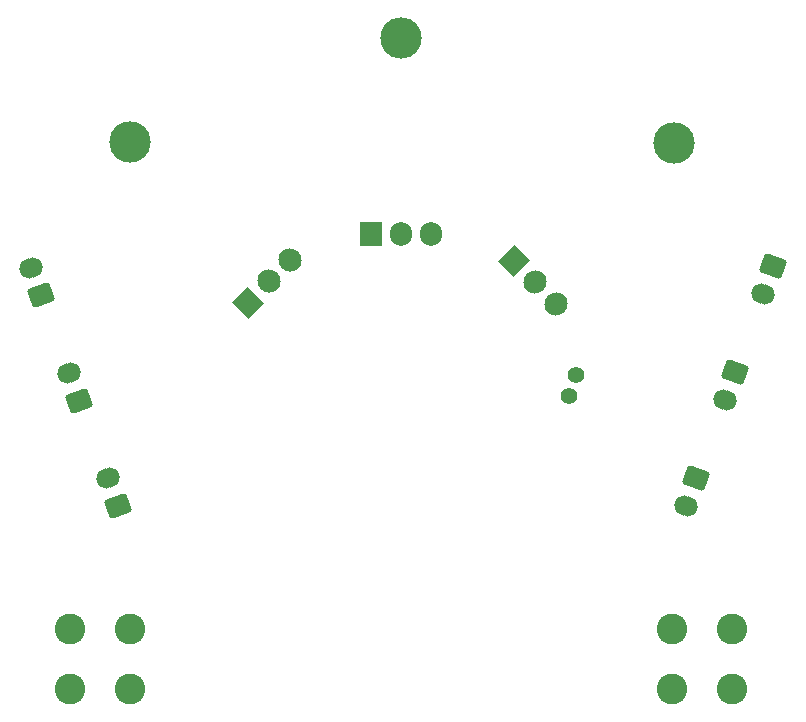
<source format=gbr>
%TF.GenerationSoftware,KiCad,Pcbnew,(6.0.4)*%
%TF.CreationDate,2022-10-09T11:32:07+02:00*%
%TF.ProjectId,V8_controller1.0,56385f63-6f6e-4747-926f-6c6c6572312e,rev?*%
%TF.SameCoordinates,Original*%
%TF.FileFunction,Soldermask,Bot*%
%TF.FilePolarity,Negative*%
%FSLAX46Y46*%
G04 Gerber Fmt 4.6, Leading zero omitted, Abs format (unit mm)*
G04 Created by KiCad (PCBNEW (6.0.4)) date 2022-10-09 11:32:07*
%MOMM*%
%LPD*%
G01*
G04 APERTURE LIST*
G04 Aperture macros list*
%AMRoundRect*
0 Rectangle with rounded corners*
0 $1 Rounding radius*
0 $2 $3 $4 $5 $6 $7 $8 $9 X,Y pos of 4 corners*
0 Add a 4 corners polygon primitive as box body*
4,1,4,$2,$3,$4,$5,$6,$7,$8,$9,$2,$3,0*
0 Add four circle primitives for the rounded corners*
1,1,$1+$1,$2,$3*
1,1,$1+$1,$4,$5*
1,1,$1+$1,$6,$7*
1,1,$1+$1,$8,$9*
0 Add four rect primitives between the rounded corners*
20,1,$1+$1,$2,$3,$4,$5,0*
20,1,$1+$1,$4,$5,$6,$7,0*
20,1,$1+$1,$6,$7,$8,$9,0*
20,1,$1+$1,$8,$9,$2,$3,0*%
%AMHorizOval*
0 Thick line with rounded ends*
0 $1 width*
0 $2 $3 position (X,Y) of the first rounded end (center of the circle)*
0 $4 $5 position (X,Y) of the second rounded end (center of the circle)*
0 Add line between two ends*
20,1,$1,$2,$3,$4,$5,0*
0 Add two circle primitives to create the rounded ends*
1,1,$1,$2,$3*
1,1,$1,$4,$5*%
%AMRotRect*
0 Rectangle, with rotation*
0 The origin of the aperture is its center*
0 $1 length*
0 $2 width*
0 $3 Rotation angle, in degrees counterclockwise*
0 Add horizontal line*
21,1,$1,$2,0,0,$3*%
G04 Aperture macros list end*
%ADD10C,2.600000*%
%ADD11HorizOval,3.500000X0.000000X0.000000X0.000000X0.000000X0*%
%ADD12RotRect,1.905000X2.000000X45.000000*%
%ADD13HorizOval,1.905000X-0.033588X0.033588X0.033588X-0.033588X0*%
%ADD14RoundRect,0.250000X0.909982X-0.307300X0.499557X0.820331X-0.909982X0.307300X-0.499557X-0.820331X0*%
%ADD15HorizOval,1.700000X0.140954X0.051303X-0.140954X-0.051303X0*%
%ADD16RoundRect,0.250000X-0.499557X0.820331X-0.909982X-0.307300X0.499557X-0.820331X0.909982X0.307300X0*%
%ADD17HorizOval,1.700000X-0.140954X0.051303X0.140954X-0.051303X0*%
%ADD18O,3.500000X3.500000*%
%ADD19R,1.905000X2.000000*%
%ADD20O,1.905000X2.000000*%
%ADD21C,1.400000*%
%ADD22HorizOval,1.400000X0.000000X0.000000X0.000000X0.000000X0*%
%ADD23HorizOval,3.500000X0.000000X0.000000X0.000000X0.000000X0*%
%ADD24RotRect,1.905000X2.000000X315.000000*%
%ADD25HorizOval,1.905000X-0.033588X-0.033588X0.033588X0.033588X0*%
G04 APERTURE END LIST*
D10*
%TO.C,J1*%
X122920000Y-123259485D03*
X122920000Y-118179485D03*
X128000000Y-123259485D03*
X128000000Y-118179485D03*
%TD*%
%TO.C,J2*%
X71954299Y-123259485D03*
X77034299Y-118179485D03*
X71954299Y-118179485D03*
X77034299Y-123259485D03*
%TD*%
D11*
%TO.C,Q2*%
X77015652Y-76923550D03*
D12*
X87000000Y-90500000D03*
D13*
X88796051Y-88703949D03*
X90592102Y-86907898D03*
%TD*%
D14*
%TO.C,L2_2*%
X75980726Y-107745364D03*
D15*
X75125676Y-105396132D03*
%TD*%
D16*
%TO.C,L1_1*%
X128218033Y-96410198D03*
D17*
X127362983Y-98759430D03*
%TD*%
D18*
%TO.C,U1_2*%
X100000000Y-68070000D03*
D19*
X97460000Y-84730000D03*
D20*
X100000000Y-84730000D03*
X102540000Y-84730000D03*
%TD*%
D21*
%TO.C,R1_VAR1*%
X114809528Y-96649578D03*
D22*
X114159690Y-98434994D03*
%TD*%
D14*
%TO.C,SW2*%
X69482343Y-89891204D03*
D15*
X68627293Y-87541972D03*
%TD*%
D23*
%TO.C,Q1*%
X123076450Y-77015652D03*
D24*
X109500000Y-87000000D03*
D25*
X111296051Y-88796051D03*
X113092102Y-90592102D03*
%TD*%
D14*
%TO.C,L2_1*%
X72731534Y-98818284D03*
D15*
X71876484Y-96469052D03*
%TD*%
D16*
%TO.C,SW1*%
X131484325Y-87436132D03*
D17*
X130629275Y-89785364D03*
%TD*%
D16*
%TO.C,L1_2*%
X124951741Y-105384262D03*
D17*
X124096691Y-107733494D03*
%TD*%
M02*

</source>
